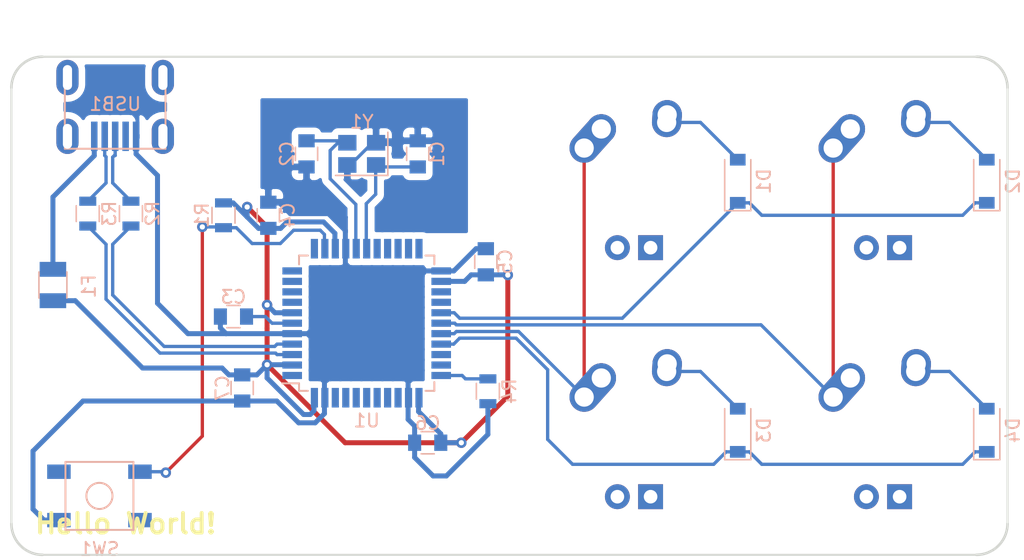
<source format=kicad_pcb>
(kicad_pcb (version 20221018) (generator pcbnew)
  (layers (0 "F.Cu" signal) (31 "B.Cu" signal) (34 "B.Paste" user) (35 "F.Paste" user) (36 "B.SilkS" user "B.Silkscreen") (37 "F.SilkS" user "F.Silkscreen") (38 "B.Mask" user) (39 "F.Mask" user) (44 "Edge.Cuts" user))
  (net 0 "")
  (net 1 "Net-(C1-Pad1)")
  (net 2 "GND")
  (net 3 "Net-(C2-Pad1)")
  (net 4 "Net-(C3-Pad1)")
  (net 5 "+5V")
  (net 6 "ROW0")
  (net 7 "Net-(D1-Pad2)")
  (net 8 "Net-(D2-Pad2)")
  (net 9 "ROW1")
  (net 10 "Net-(D3-Pad2)")
  (net 11 "Net-(D4-Pad2)")
  (net 12 "VCC")
  (net 13 "COL0")
  (net 14 "COL1")
  (net 15 "Net-(R1-Pad2)")
  (net 16 "Net-(R2-Pad1)")
  (net 17 "D+")
  (net 18 "D-")
  (net 19 "Net-(R3-Pad1)")
  (net 20 "Net-(R4-Pad2)")
  (net 21 "Net-(U1-Pad42)")
  (net 22 "Net-(U1-Pad41)")
  (net 23 "Net-(U1-Pad40)")
  (net 24 "Net-(U1-Pad39)")
  (net 25 "Net-(U1-Pad38)")
  (net 26 "Net-(U1-Pad37)")
  (net 27 "Net-(U1-Pad36)")
  (net 28 "Net-(U1-Pad32)")
  (net 29 "Net-(U1-Pad31)")
  (net 30 "Net-(U1-Pad26)")
  (net 31 "Net-(U1-Pad25)")
  (net 32 "Net-(U1-Pad22)")
  (net 33 "Net-(U1-Pad21)")
  (net 34 "Net-(U1-Pad20)")
  (net 35 "Net-(U1-Pad19)")
  (net 36 "Net-(U1-Pad18)")
  (net 37 "Net-(U1-Pad12)")
  (net 38 "Net-(U1-Pad11)")
  (net 39 "Net-(U1-Pad10)")
  (net 40 "Net-(U1-Pad9)")
  (net 41 "Net-(U1-Pad8)")
  (net 42 "Net-(U1-Pad1)")
  (net 43 "Net-(USB1-Pad2)")
  (footprint "MX_Alps_Hybrid:MX-1U" (layer "F.Cu") (at 79.375 71.4375)
    (fp_text reference "MX1")
    (fp_text value "MX-NoLED")
    (pad "" np_thru_hole circle (at -5.08 0 48.0996) (size 1.75 1.75) (drill 1.75) (layers "*.Cu" "*.Mask"))
    (pad "" np_thru_hole circle (at 0 0) (size 3.9878 3.9878) (drill 3.9878) (layers "*.Cu" "*.Mask"))
    (pad "" np_thru_hole circle (at 5.08 0 48.0996) (size 1.75 1.75) (drill 1.75) (layers "*.Cu" "*.Mask"))
    (pad "1" thru_hole oval (at -3.81 -2.54 48.0996) (size 4.211556 2.25) (drill 1.47 (offset 0.980778 0)) (layers "*.Cu" "B.Mask") (net 13 "COL0"))
    (pad "1" thru_hole circle (at -2.5 -4) (size 2.25 2.25) (drill 1.47) (layers "*.Cu" "B.Mask") (net 13 "COL0"))
    (pad "2" thru_hole oval (at 2.5 -4.5 86.0548) (size 2.831378 2.25) (drill 1.47 (offset 0.290689 0)) (layers "*.Cu" "B.Mask") (net 7 "Net-(D1-Pad2)"))
    (pad "2" thru_hole circle (at 2.54 -5.08) (size 2.25 2.25) (drill 1.47) (layers "*.Cu" "B.Mask") (net 7 "Net-(D1-Pad2)"))
    (pad "3" thru_hole circle (at -1.27 5.08) (size 1.905 1.905) (drill 1.04) (layers "*.Cu" "B.Mask"))
    (pad "4" thru_hole rect (at 1.27 5.08) (size 1.905 1.905) (drill 1.04) (layers "*.Cu" "B.Mask"))
  )
  (footprint "MX_Alps_Hybrid:MX-1U" (layer "F.Cu") (at 98.425 71.4375)
    (fp_text reference "MX2")
    (fp_text value "MX-NoLED")
    (pad "" np_thru_hole circle (at -5.08 0 48.0996) (size 1.75 1.75) (drill 1.75) (layers "*.Cu" "*.Mask"))
    (pad "" np_thru_hole circle (at 0 0) (size 3.9878 3.9878) (drill 3.9878) (layers "*.Cu" "*.Mask"))
    (pad "" np_thru_hole circle (at 5.08 0 48.0996) (size 1.75 1.75) (drill 1.75) (layers "*.Cu" "*.Mask"))
    (pad "1" thru_hole oval (at -3.81 -2.54 48.0996) (size 4.211556 2.25) (drill 1.47 (offset 0.980778 0)) (layers "*.Cu" "B.Mask") (net 14 "COL1"))
    (pad "1" thru_hole circle (at -2.5 -4) (size 2.25 2.25) (drill 1.47) (layers "*.Cu" "B.Mask") (net 14 "COL1"))
    (pad "2" thru_hole oval (at 2.5 -4.5 86.0548) (size 2.831378 2.25) (drill 1.47 (offset 0.290689 0)) (layers "*.Cu" "B.Mask") (net 8 "Net-(D2-Pad2)"))
    (pad "2" thru_hole circle (at 2.54 -5.08) (size 2.25 2.25) (drill 1.47) (layers "*.Cu" "B.Mask") (net 8 "Net-(D2-Pad2)"))
    (pad "3" thru_hole circle (at -1.27 5.08) (size 1.905 1.905) (drill 1.04) (layers "*.Cu" "B.Mask"))
    (pad "4" thru_hole rect (at 1.27 5.08) (size 1.905 1.905) (drill 1.04) (layers "*.Cu" "B.Mask"))
  )
  (footprint "MX_Alps_Hybrid:MX-1U" (layer "F.Cu") (at 79.375 90.4875)
    (fp_text reference "MX3")
    (fp_text value "MX-NoLED")
    (pad "" np_thru_hole circle (at -5.08 0 48.0996) (size 1.75 1.75) (drill 1.75) (layers "*.Cu" "*.Mask"))
    (pad "" np_thru_hole circle (at 0 0) (size 3.9878 3.9878) (drill 3.9878) (layers "*.Cu" "*.Mask"))
    (pad "" np_thru_hole circle (at 5.08 0 48.0996) (size 1.75 1.75) (drill 1.75) (layers "*.Cu" "*.Mask"))
    (pad "1" thru_hole oval (at -3.81 -2.54 48.0996) (size 4.211556 2.25) (drill 1.47 (offset 0.980778 0)) (layers "*.Cu" "B.Mask") (net 13 "COL0"))
    (pad "1" thru_hole circle (at -2.5 -4) (size 2.25 2.25) (drill 1.47) (layers "*.Cu" "B.Mask") (net 13 "COL0"))
    (pad "2" thru_hole oval (at 2.5 -4.5 86.0548) (size 2.831378 2.25) (drill 1.47 (offset 0.290689 0)) (layers "*.Cu" "B.Mask") (net 10 "Net-(D3-Pad2)"))
    (pad "2" thru_hole circle (at 2.54 -5.08) (size 2.25 2.25) (drill 1.47) (layers "*.Cu" "B.Mask") (net 10 "Net-(D3-Pad2)"))
    (pad "3" thru_hole circle (at -1.27 5.08) (size 1.905 1.905) (drill 1.04) (layers "*.Cu" "B.Mask"))
    (pad "4" thru_hole rect (at 1.27 5.08) (size 1.905 1.905) (drill 1.04) (layers "*.Cu" "B.Mask"))
  )
  (footprint "MX_Alps_Hybrid:MX-1U" (layer "F.Cu") (at 98.425 90.4875)
    (fp_text reference "MX4")
    (fp_text value "MX-NoLED")
    (pad "" np_thru_hole circle (at -5.08 0 48.0996) (size 1.75 1.75) (drill 1.75) (layers "*.Cu" "*.Mask"))
    (pad "" np_thru_hole circle (at 0 0) (size 3.9878 3.9878) (drill 3.9878) (layers "*.Cu" "*.Mask"))
    (pad "" np_thru_hole circle (at 5.08 0 48.0996) (size 1.75 1.75) (drill 1.75) (layers "*.Cu" "*.Mask"))
    (pad "1" thru_hole oval (at -3.81 -2.54 48.0996) (size 4.211556 2.25) (drill 1.47 (offset 0.980778 0)) (layers "*.Cu" "B.Mask") (net 14 "COL1"))
    (pad "1" thru_hole circle (at -2.5 -4) (size 2.25 2.25) (drill 1.47) (layers "*.Cu" "B.Mask") (net 14 "COL1"))
    (pad "2" thru_hole oval (at 2.5 -4.5 86.0548) (size 2.831378 2.25) (drill 1.47 (offset 0.290689 0)) (layers "*.Cu" "B.Mask") (net 11 "Net-(D4-Pad2)"))
    (pad "2" thru_hole circle (at 2.54 -5.08) (size 2.25 2.25) (drill 1.47) (layers "*.Cu" "B.Mask") (net 11 "Net-(D4-Pad2)"))
    (pad "3" thru_hole circle (at -1.27 5.08) (size 1.905 1.905) (drill 1.04) (layers "*.Cu" "B.Mask"))
    (pad "4" thru_hole rect (at 1.27 5.08) (size 1.905 1.905) (drill 1.04) (layers "*.Cu" "B.Mask"))
  )
  (footprint "Diodes_SMD:D_SOD-123" (layer "B.Cu") (at 87.3125 71.4375 90)
    (fp_text reference "D1" (at 0 2 90) (layer "B.SilkS") (effects (justify mirror)))
    (fp_text value "SOD-123")
    (fp_line (start -2.25 -1) (end 1.65 -1) (stroke (width 0.12)) (layer "B.SilkS"))
    (fp_line (start -2.25 1) (end -2.25 -1) (stroke (width 0.12)) (layer "B.SilkS"))
    (fp_line (start -2.25 1) (end 1.65 1) (stroke (width 0.12)) (layer "B.SilkS"))
    (pad "1" smd rect (at -1.65 0 90) (size 0.9 1.2) (layers "B.Cu" "B.Paste" "B.Mask") (net 6 "ROW0"))
    (pad "2" smd rect (at 1.65 0 90) (size 0.9 1.2) (layers "B.Cu" "B.Paste" "B.Mask") (net 7 "Net-(D1-Pad2)"))
  )
  (footprint "Diodes_SMD:D_SOD-123" (layer "B.Cu") (at 106.3625 71.4375 90)
    (fp_text reference "D2" (at 0 2 90) (layer "B.SilkS") (effects (justify mirror)))
    (fp_text value "SOD-123")
    (fp_line (start -2.25 -1) (end 1.65 -1) (stroke (width 0.12)) (layer "B.SilkS"))
    (fp_line (start -2.25 1) (end -2.25 -1) (stroke (width 0.12)) (layer "B.SilkS"))
    (fp_line (start -2.25 1) (end 1.65 1) (stroke (width 0.12)) (layer "B.SilkS"))
    (pad "1" smd rect (at -1.65 0 90) (size 0.9 1.2) (layers "B.Cu" "B.Paste" "B.Mask") (net 6 "ROW0"))
    (pad "2" smd rect (at 1.65 0 90) (size 0.9 1.2) (layers "B.Cu" "B.Paste" "B.Mask") (net 8 "Net-(D2-Pad2)"))
  )
  (footprint "Diodes_SMD:D_SOD-123" (layer "B.Cu") (at 87.3125 90.4875 90)
    (fp_text reference "D3" (at 0 2 90) (layer "B.SilkS") (effects (justify mirror)))
    (fp_text value "SOD-123")
    (fp_line (start -2.25 -1) (end 1.65 -1) (stroke (width 0.12)) (layer "B.SilkS"))
    (fp_line (start -2.25 1) (end -2.25 -1) (stroke (width 0.12)) (layer "B.SilkS"))
    (fp_line (start -2.25 1) (end 1.65 1) (stroke (width 0.12)) (layer "B.SilkS"))
    (pad "1" smd rect (at -1.65 0 90) (size 0.9 1.2) (layers "B.Cu" "B.Paste" "B.Mask") (net 9 "ROW1"))
    (pad "2" smd rect (at 1.65 0 90) (size 0.9 1.2) (layers "B.Cu" "B.Paste" "B.Mask") (net 10 "Net-(D3-Pad2)"))
  )
  (footprint "Diodes_SMD:D_SOD-123" (layer "B.Cu") (at 106.3625 90.4875 90)
    (fp_text reference "D4" (at 0 2 90) (layer "B.SilkS") (effects (justify mirror)))
    (fp_text value "SOD-123")
    (fp_line (start -2.25 -1) (end 1.65 -1) (stroke (width 0.12)) (layer "B.SilkS"))
    (fp_line (start -2.25 1) (end -2.25 -1) (stroke (width 0.12)) (layer "B.SilkS"))
    (fp_line (start -2.25 1) (end 1.65 1) (stroke (width 0.12)) (layer "B.SilkS"))
    (pad "1" smd rect (at -1.65 0 90) (size 0.9 1.2) (layers "B.Cu" "B.Paste" "B.Mask") (net 9 "ROW1"))
    (pad "2" smd rect (at 1.65 0 90) (size 0.9 1.2) (layers "B.Cu" "B.Paste" "B.Mask") (net 11 "Net-(D4-Pad2)"))
  )
  (footprint "Fuse_Holders_and_Fuses:Fuse_SMD1206_Reflow" (layer "B.Cu") (at 34.925 79.375 90)
    (fp_text reference "F1" (at -0.1 2.75 90) (layer "B.SilkS") (effects (justify mirror)))
    (fp_text value "500mA")
    (fp_line (start -1 1.07) (end 1 1.07) (stroke (width 0.12)) (layer "B.SilkS"))
    (fp_line (start 1 -1.07) (end -1 -1.07) (stroke (width 0.12)) (layer "B.SilkS"))
    (pad "1" smd rect (at -1.2 0) (size 2.03 1.14) (layers "B.Cu" "B.Paste" "B.Mask") (net 5 "+5V"))
    (pad "2" smd rect (at 1.2 0) (size 2.03 1.14) (layers "B.Cu" "B.Paste" "B.Mask") (net 12 "VCC"))
  )
  (footprint "Resistors_SMD:R_0805" (layer "B.Cu") (at 40.894 73.914 90)
    (fp_text reference "R2" (at 0 1.65 90) (layer "B.SilkS") (effects (justify mirror)))
    (fp_text value "22")
    (fp_line (start -0.6 0.88) (end 0.6 0.88) (stroke (width 0.12)) (layer "B.SilkS"))
    (fp_line (start 0.6 -0.88) (end -0.6 -0.88) (stroke (width 0.12)) (layer "B.SilkS"))
    (pad "1" smd rect (at -0.95 0 90) (size 0.7 1.3) (layers "B.Cu" "B.Paste" "B.Mask") (net 16 "Net-(R2-Pad1)"))
    (pad "2" smd rect (at 0.95 0 90) (size 0.7 1.3) (layers "B.Cu" "B.Paste" "B.Mask") (net 17 "D+"))
  )
  (footprint "Resistors_SMD:R_0805" (layer "B.Cu") (at 37.592 73.914 90)
    (fp_text reference "R3" (at 0 1.65 90) (layer "B.SilkS") (effects (justify mirror)))
    (fp_text value "22")
    (fp_line (start -0.6 0.88) (end 0.6 0.88) (stroke (width 0.12)) (layer "B.SilkS"))
    (fp_line (start 0.6 -0.88) (end -0.6 -0.88) (stroke (width 0.12)) (layer "B.SilkS"))
    (pad "1" smd rect (at -0.95 0 90) (size 0.7 1.3) (layers "B.Cu" "B.Paste" "B.Mask") (net 19 "Net-(R3-Pad1)"))
    (pad "2" smd rect (at 0.95 0 90) (size 0.7 1.3) (layers "B.Cu" "B.Paste" "B.Mask") (net 18 "D-"))
  )
  (footprint "Resistors_SMD:R_0805" (layer "B.Cu") (at 68.199 87.503 90)
    (fp_text reference "R4" (at 0 1.65 90) (layer "B.SilkS") (effects (justify mirror)))
    (fp_text value "10k")
    (fp_line (start -0.6 0.88) (end 0.6 0.88) (stroke (width 0.12)) (layer "B.SilkS"))
    (fp_line (start 0.6 -0.88) (end -0.6 -0.88) (stroke (width 0.12)) (layer "B.SilkS"))
    (pad "1" smd rect (at -0.95 0 90) (size 0.7 1.3) (layers "B.Cu" "B.Paste" "B.Mask") (net 2 "GND"))
    (pad "2" smd rect (at 0.95 0 90) (size 0.7 1.3) (layers "B.Cu" "B.Paste" "B.Mask") (net 20 "Net-(R4-Pad2)"))
  )
  (footprint "Capacitors_SMD:C_0805" (layer "B.Cu") (at 49.403 87.249 -90)
    (fp_text reference "C7" (at 0 1.5 270) (layer "B.SilkS") (effects (justify mirror)))
    (fp_text value "10uF")
    (fp_line (start -0.5 -0.85) (end 0.5 -0.85) (stroke (width 0.12)) (layer "B.SilkS"))
    (fp_line (start 0.5 0.85) (end -0.5 0.85) (stroke (width 0.12)) (layer "B.SilkS"))
    (pad "1" smd rect (at -1 0 270) (size 1 1.25) (layers "B.Cu" "B.Paste" "B.Mask") (net 5 "+5V"))
    (pad "2" smd rect (at 1 0 270) (size 1 1.25) (layers "B.Cu" "B.Paste" "B.Mask") (net 2 "GND"))
  )
  (footprint "Capacitors_SMD:C_0805" (layer "B.Cu") (at 68.04025 77.597 90)
    (fp_text reference "C5" (at 0 1.5 90) (layer "B.SilkS") (effects (justify mirror)))
    (fp_text value "0.1uF")
    (fp_line (start -0.5 -0.85) (end 0.5 -0.85) (stroke (width 0.12)) (layer "B.SilkS"))
    (fp_line (start 0.5 0.85) (end -0.5 0.85) (stroke (width 0.12)) (layer "B.SilkS"))
    (pad "1" smd rect (at -1 0 90) (size 1 1.25) (layers "B.Cu" "B.Paste" "B.Mask") (net 5 "+5V"))
    (pad "2" smd rect (at 1 0 90) (size 1 1.25) (layers "B.Cu" "B.Paste" "B.Mask") (net 2 "GND"))
  )
  (footprint "Capacitors_SMD:C_0805" (layer "B.Cu") (at 51.40325 74.041 90)
    (fp_text reference "C4" (at 0 1.5 90) (layer "B.SilkS") (effects (justify mirror)))
    (fp_text value "0.1uF")
    (fp_line (start -0.5 -0.85) (end 0.5 -0.85) (stroke (width 0.12)) (layer "B.SilkS"))
    (fp_line (start 0.5 0.85) (end -0.5 0.85) (stroke (width 0.12)) (layer "B.SilkS"))
    (pad "1" smd rect (at -1 0 90) (size 1 1.25) (layers "B.Cu" "B.Paste" "B.Mask") (net 5 "+5V"))
    (pad "2" smd rect (at 1 0 90) (size 1 1.25) (layers "B.Cu" "B.Paste" "B.Mask") (net 2 "GND"))
  )
  (footprint "Capacitors_SMD:C_0805" (layer "B.Cu") (at 63.59525 91.44 180)
    (fp_text reference "C6" (at 0 1.5 180) (layer "B.SilkS") (effects (justify mirror)))
    (fp_text value "0.1uF")
    (fp_line (start -0.5 -0.85) (end 0.5 -0.85) (stroke (width 0.12)) (layer "B.SilkS"))
    (fp_line (start 0.5 0.85) (end -0.5 0.85) (stroke (width 0.12)) (layer "B.SilkS"))
    (pad "1" smd rect (at -1 0 180) (size 1 1.25) (layers "B.Cu" "B.Paste" "B.Mask") (net 5 "+5V"))
    (pad "2" smd rect (at 1 0 180) (size 1 1.25) (layers "B.Cu" "B.Paste" "B.Mask") (net 2 "GND"))
  )
  (footprint "Resistors_SMD:R_0805" (layer "B.Cu") (at 47.97425 74.041 -90)
    (fp_text reference "R1" (at 0 1.65 270) (layer "B.SilkS") (effects (justify mirror)))
    (fp_text value "10k")
    (fp_line (start -0.6 0.88) (end 0.6 0.88) (stroke (width 0.12)) (layer "B.SilkS"))
    (fp_line (start 0.6 -0.88) (end -0.6 -0.88) (stroke (width 0.12)) (layer "B.SilkS"))
    (pad "1" smd rect (at -0.95 0 270) (size 0.7 1.3) (layers "B.Cu" "B.Paste" "B.Mask") (net 5 "+5V"))
    (pad "2" smd rect (at 0.95 0 270) (size 0.7 1.3) (layers "B.Cu" "B.Paste" "B.Mask") (net 15 "Net-(R1-Pad2)"))
  )
  (footprint "Capacitors_SMD:C_0805" (layer "B.Cu") (at 62.83325 69.342 90)
    (fp_text reference "C1" (at 0 1.5 90) (layer "B.SilkS") (effects (justify mirror)))
    (fp_text value "22pF")
    (fp_line (start -0.5 -0.85) (end 0.5 -0.85) (stroke (width 0.12)) (layer "B.SilkS"))
    (fp_line (start 0.5 0.85) (end -0.5 0.85) (stroke (width 0.12)) (layer "B.SilkS"))
    (pad "1" smd rect (at -1 0 90) (size 1 1.25) (layers "B.Cu" "B.Paste" "B.Mask") (net 1 "Net-(C1-Pad1)"))
    (pad "2" smd rect (at 1 0 90) (size 1 1.25) (layers "B.Cu" "B.Paste" "B.Mask") (net 2 "GND"))
  )
  (footprint "Capacitors_SMD:C_0805" (layer "B.Cu") (at 48.73625 81.788 180)
    (fp_text reference "C3" (at 0 1.5 180) (layer "B.SilkS") (effects (justify mirror)))
    (fp_text value "1uF")
    (fp_line (start -0.5 -0.85) (end 0.5 -0.85) (stroke (width 0.12)) (layer "B.SilkS"))
    (fp_line (start 0.5 0.85) (end -0.5 0.85) (stroke (width 0.12)) (layer "B.SilkS"))
    (pad "1" smd rect (at -1 0 180) (size 1 1.25) (layers "B.Cu" "B.Paste" "B.Mask") (net 4 "Net-(C3-Pad1)"))
    (pad "2" smd rect (at 1 0 180) (size 1 1.25) (layers "B.Cu" "B.Paste" "B.Mask") (net 2 "GND"))
  )
  (footprint "Capacitors_SMD:C_0805" (layer "B.Cu") (at 54.32425 69.342 -90)
    (fp_text reference "C2" (at 0 1.5 270) (layer "B.SilkS") (effects (justify mirror)))
    (fp_text value "22pF")
    (fp_line (start -0.5 -0.85) (end 0.5 -0.85) (stroke (width 0.12)) (layer "B.SilkS"))
    (fp_line (start 0.5 0.85) (end -0.5 0.85) (stroke (width 0.12)) (layer "B.SilkS"))
    (pad "1" smd rect (at -1 0 270) (size 1 1.25) (layers "B.Cu" "B.Paste" "B.Mask") (net 3 "Net-(C2-Pad1)"))
    (pad "2" smd rect (at 1 0 270) (size 1 1.25) (layers "B.Cu" "B.Paste" "B.Mask") (net 2 "GND"))
  )
  (footprint "random-keyboard-parts:Molex-0548190589-Assembly" (layer "B.Cu") (at 39.6875 63.5 -90)
    (fp_text reference "USB1" (at 2.032 0 180) (layer "B.SilkS") (effects (justify mirror)))
    (fp_text value "Molex-0548190589")
    (fp_line (start 0 -3.85) (end 5.45 -3.85) (stroke (width 0.15)) (layer "B.SilkS"))
    (fp_line (start 0 3.85) (end 5.45 3.85) (stroke (width 0.15)) (layer "B.SilkS"))
    (fp_line (start 5.45 3.85) (end 5.45 -3.85) (stroke (width 0.15)) (layer "B.SilkS"))
    (pad "" thru_hole oval (at 0 -3.65 270) (size 2.7 1.7) (drill oval 1.9 0.7) (layers "*.Cu" "*.Mask"))
    (pad "" thru_hole oval (at 0 3.65 270) (size 2.7 1.7) (drill oval 1.9 0.7) (layers "*.Cu" "*.Mask"))
    (pad "" thru_hole oval (at 4.5 -3.65 270) (size 2.7 1.7) (drill oval 1.9 0.7) (layers "*.Cu" "*.Mask"))
    (pad "" thru_hole oval (at 4.5 3.65 270) (size 2.7 1.7) (drill oval 1.9 0.7) (layers "*.Cu" "*.Mask"))
    (pad "1" smd rect (at 4.5 -1.6 270) (size 2.25 0.5) (layers "B.Cu" "B.Paste" "B.Mask") (net 2 "GND"))
    (pad "2" smd rect (at 4.5 -0.8 270) (size 2.25 0.5) (layers "B.Cu" "B.Paste" "B.Mask") (net 43 "Net-(USB1-Pad2)"))
    (pad "3" smd rect (at 4.5 0 270) (size 2.25 0.5) (layers "B.Cu" "B.Paste" "B.Mask") (net 17 "D+"))
    (pad "4" smd rect (at 4.5 0.8 270) (size 2.25 0.5) (layers "B.Cu" "B.Paste" "B.Mask") (net 18 "D-"))
    (pad "5" smd rect (at 4.5 1.6 270) (size 2.25 0.5) (layers "B.Cu" "B.Paste" "B.Mask") (net 12 "VCC"))
  )
  (footprint "random-keyboard-parts:SKQG-1155865" (layer "B.Cu") (at 38.484001 95.507845 180)
    (fp_text reference "SW1" (at 0 -4.064 180) (layer "B.SilkS") (effects (justify mirror)))
    (fp_text value "SW_Push")
    (fp_line (start -2.6 -2.6) (end -2.6 2.6) (stroke (width 0.15)) (layer "B.SilkS"))
    (fp_line (start -2.6 2.6) (end 2.6 2.6) (stroke (width 0.15)) (layer "B.SilkS"))
    (fp_line (start 2.6 -2.6) (end -2.6 -2.6) (stroke (width 0.15)) (layer "B.SilkS"))
    (fp_line (start 2.6 2.6) (end 2.6 -2.6) (stroke (width 0.15)) (layer "B.SilkS"))
    (fp_circle (center 0 0) (end 1 0) (stroke (width 0.15)) (fill none) (layer "B.SilkS"))
    (pad "1" smd rect (at 3.1 -1.85 180) (size 1.8 1.1) (layers "B.Cu" "B.Paste" "B.Mask") (net 2 "GND"))
    (pad "2" smd rect (at -3.1 1.85 180) (size 1.8 1.1) (layers "B.Cu" "B.Paste" "B.Mask") (net 15 "Net-(R1-Pad2)"))
    (pad "3" smd rect (at 3.1 1.85 180) (size 1.8 1.1) (layers "B.Cu" "B.Paste" "B.Mask"))
    (pad "4" smd rect (at -3.1 -1.85 180) (size 1.8 1.1) (layers "B.Cu" "B.Paste" "B.Mask"))
  )
  (footprint "Housings_QFP:TQFP-44_10x10mm_Pitch0.8mm" (layer "B.Cu") (at 58.928 82.296)
    (fp_text reference "U1" (at 0 7.45) (layer "B.SilkS") (effects (justify mirror)))
    (fp_text value "ATmega32U4-AU")
    (fp_line (start -5.175 -5.175) (end -5.175 -4.5) (stroke (width 0.15)) (layer "B.SilkS"))
    (fp_line (start -5.175 -5.175) (end -4.5 -5.175) (stroke (width 0.15)) (layer "B.SilkS"))
    (fp_line (start -5.175 4.6) (end -6.45 4.6) (stroke (width 0.15)) (layer "B.SilkS"))
    (fp_line (start -5.175 5.175) (end -5.175 4.6) (stroke (width 0.15)) (layer "B.SilkS"))
    (fp_line (start -5.175 5.175) (end -4.5 5.175) (stroke (width 0.15)) (layer "B.SilkS"))
    (fp_line (start 5.175 -5.175) (end 4.5 -5.175) (stroke (width 0.15)) (layer "B.SilkS"))
    (fp_line (start 5.175 -5.175) (end 5.175 -4.5) (stroke (width 0.15)) (layer "B.SilkS"))
    (fp_line (start 5.175 5.175) (end 4.5 5.175) (stroke (width 0.15)) (layer "B.SilkS"))
    (fp_line (start 5.175 5.175) (end 5.175 4.5) (stroke (width 0.15)) (layer "B.SilkS"))
    (pad "1" smd rect (at -5.7 4) (size 1.5 0.55) (layers "B.Cu" "B.Paste" "B.Mask") (net 42 "Net-(U1-Pad1)"))
    (pad "2" smd rect (at -5.7 3.2) (size 1.5 0.55) (layers "B.Cu" "B.Paste" "B.Mask") (net 5 "+5V"))
    (pad "3" smd rect (at -5.7 2.4) (size 1.5 0.55) (layers "B.Cu" "B.Paste" "B.Mask") (net 19 "Net-(R3-Pad1)"))
    (pad "4" smd rect (at -5.7 1.6) (size 1.5 0.55) (layers "B.Cu" "B.Paste" "B.Mask") (net 16 "Net-(R2-Pad1)"))
    (pad "5" smd rect (at -5.7 0.8) (size 1.5 0.55) (layers "B.Cu" "B.Paste" "B.Mask") (net 2 "GND"))
    (pad "6" smd rect (at -5.7 0) (size 1.5 0.55) (layers "B.Cu" "B.Paste" "B.Mask") (net 4 "Net-(C3-Pad1)"))
    (pad "7" smd rect (at -5.7 -0.8) (size 1.5 0.55) (layers "B.Cu" "B.Paste" "B.Mask") (net 5 "+5V"))
    (pad "8" smd rect (at -5.7 -1.6) (size 1.5 0.55) (layers "B.Cu" "B.Paste" "B.Mask") (net 41 "Net-(U1-Pad8)"))
    (pad "9" smd rect (at -5.7 -2.4) (size 1.5 0.55) (layers "B.Cu" "B.Paste" "B.Mask") (net 40 "Net-(U1-Pad9)"))
    (pad "10" smd rect (at -5.7 -3.2) (size 1.5 0.55) (layers "B.Cu" "B.Paste" "B.Mask") (net 39 "Net-(U1-Pad10)"))
    (pad "11" smd rect (at -5.7 -4) (size 1.5 0.55) (layers "B.Cu" "B.Paste" "B.Mask") (net 38 "Net-(U1-Pad11)"))
    (pad "12" smd rect (at -4 -5.7 270) (size 1.5 0.55) (layers "B.Cu" "B.Paste" "B.Mask") (net 37 "Net-(U1-Pad12)"))
    (pad "13" smd rect (at -3.2 -5.7 270) (size 1.5 0.55) (layers "B.Cu" "B.Paste" "B.Mask") (net 15 "Net-(R1-Pad2)"))
    (pad "14" smd rect (at -2.4 -5.7 270) (size 1.5 0.55) (layers "B.Cu" "B.Paste" "B.Mask") (net 5 "+5V"))
    (pad "15" smd rect (at -1.6 -5.7 270) (size 1.5 0.55) (layers "B.Cu" "B.Paste" "B.Mask") (net 2 "GND"))
    (pad "16" smd rect (at -0.8 -5.7 270) (size 1.5 0.55) (layers "B.Cu" "B.Paste" "B.Mask") (net 3 "Net-(C2-Pad1)"))
    (pad "17" smd rect (at 0 -5.7 270) (size 1.5 0.55) (layers "B.Cu" "B.Paste" "B.Mask") (net 1 "Net-(C1-Pad1)"))
    (pad "18" smd rect (at 0.8 -5.7 270) (size 1.5 0.55) (layers "B.Cu" "B.Paste" "B.Mask") (net 36 "Net-(U1-Pad18)"))
    (pad "19" smd rect (at 1.6 -5.7 270) (size 1.5 0.55) (layers "B.Cu" "B.Paste" "B.Mask") (net 35 "Net-(U1-Pad19)"))
    (pad "20" smd rect (at 2.4 -5.7 270) (size 1.5 0.55) (layers "B.Cu" "B.Paste" "B.Mask") (net 34 "Net-(U1-Pad20)"))
    (pad "21" smd rect (at 3.2 -5.7 270) (size 1.5 0.55) (layers "B.Cu" "B.Paste" "B.Mask") (net 33 "Net-(U1-Pad21)"))
    (pad "22" smd rect (at 4 -5.7 270) (size 1.5 0.55) (layers "B.Cu" "B.Paste" "B.Mask") (net 32 "Net-(U1-Pad22)"))
    (pad "23" smd rect (at 5.7 -4) (size 1.5 0.55) (layers "B.Cu" "B.Paste" "B.Mask") (net 2 "GND"))
    (pad "24" smd rect (at 5.7 -3.2) (size 1.5 0.55) (layers "B.Cu" "B.Paste" "B.Mask") (net 5 "+5V"))
    (pad "25" smd rect (at 5.7 -2.4) (size 1.5 0.55) (layers "B.Cu" "B.Paste" "B.Mask") (net 31 "Net-(U1-Pad25)"))
    (pad "26" smd rect (at 5.7 -1.6) (size 1.5 0.55) (layers "B.Cu" "B.Paste" "B.Mask") (net 30 "Net-(U1-Pad26)"))
    (pad "27" smd rect (at 5.7 -0.8) (size 1.5 0.55) (layers "B.Cu" "B.Paste" "B.Mask") (net 6 "ROW0"))
    (pad "28" smd rect (at 5.7 0) (size 1.5 0.55) (layers "B.Cu" "B.Paste" "B.Mask") (net 14 "COL1"))
    (pad "29" smd rect (at 5.7 0.8) (size 1.5 0.55) (layers "B.Cu" "B.Paste" "B.Mask") (net 13 "COL0"))
    (pad "30" smd rect (at 5.7 1.6) (size 1.5 0.55) (layers "B.Cu" "B.Paste" "B.Mask") (net 9 "ROW1"))
    (pad "31" smd rect (at 5.7 2.4) (size 1.5 0.55) (layers "B.Cu" "B.Paste" "B.Mask") (net 29 "Net-(U1-Pad31)"))
    (pad "32" smd rect (at 5.7 3.2) (size 1.5 0.55) (layers "B.Cu" "B.Paste" "B.Mask") (net 28 "Net-(U1-Pad32)"))
    (pad "33" smd rect (at 5.7 4) (size 1.5 0.55) (layers "B.Cu" "B.Paste" "B.Mask") (net 20 "Net-(R4-Pad2)"))
    (pad "34" smd rect (at 4 5.7 270) (size 1.5 0.55) (layers "B.Cu" "B.Paste" "B.Mask") (net 5 "+5V"))
    (pad "35" smd rect (at 3.2 5.7 270) (size 1.5 0.55) (layers "B.Cu" "B.Paste" "B.Mask") (net 2 "GND"))
    (pad "36" smd rect (at 2.4 5.7 270) (size 1.5 0.55) (layers "B.Cu" "B.Paste" "B.Mask") (net 27 "Net-(U1-Pad36)"))
    (pad "37" smd rect (at 1.6 5.7 270) (size 1.5 0.55) (layers "B.Cu" "B.Paste" "B.Mask") (net 26 "Net-(U1-Pad37)"))
    (pad "38" smd rect (at 0.8 5.7 270) (size 1.5 0.55) (layers "B.Cu" "B.Paste" "B.Mask") (net 25 "Net-(U1-Pad38)"))
    (pad "39" smd rect (at 0 5.7 270) (size 1.5 0.55) (layers "B.Cu" "B.Paste" "B.Mask") (net 24 "Net-(U1-Pad39)"))
    (pad "40" smd rect (at -0.8 5.7 270) (size 1.5 0.55) (layers "B.Cu" "B.Paste" "B.Mask") (net 23 "Net-(U1-Pad40)"))
    (pad "41" smd rect (at -1.6 5.7 270) (size 1.5 0.55) (layers "B.Cu" "B.Paste" "B.Mask") (net 22 "Net-(U1-Pad41)"))
    (pad "42" smd rect (at -2.4 5.7 270) (size 1.5 0.55) (layers "B.Cu" "B.Paste" "B.Mask") (net 21 "Net-(U1-Pad42)"))
    (pad "43" smd rect (at -3.2 5.7 270) (size 1.5 0.55) (layers "B.Cu" "B.Paste" "B.Mask") (net 2 "GND"))
    (pad "44" smd rect (at -4 5.7 270) (size 1.5 0.55) (layers "B.Cu" "B.Paste" "B.Mask") (net 5 "+5V"))
  )
  (footprint "Crystals:Crystal_SMD_3225-4pin_3.2x2.5mm" (layer "B.Cu") (at 58.547 69.342 180)
    (fp_text reference "Y1" (at 0 2.45 180) (layer "B.SilkS") (effects (justify mirror)))
    (fp_text value "Crystal_GND24_Small")
    (fp_line (start -2 -1.65) (end 2 -1.65) (stroke (width 0.12)) (layer "B.SilkS"))
    (fp_line (start -2 1.65) (end -2 -1.65) (stroke (width 0.12)) (layer "B.SilkS"))
    (pad "1" smd rect (at -1.1 -0.85 180) (size 1.4 1.2) (layers "B.Cu" "B.Paste" "B.Mask") (net 1 "Net-(C1-Pad1)"))
    (pad "2" smd rect (at 1.1 -0.85 180) (size 1.4 1.2) (layers "B.Cu" "B.Paste" "B.Mask") (net 2 "GND"))
    (pad "3" smd rect (at 1.1 0.85 180) (size 1.4 1.2) (layers "B.Cu" "B.Paste" "B.Mask") (net 3 "Net-(C2-Pad1)"))
    (pad "4" smd rect (at -1.1 0.85 180) (size 1.4 1.2) (layers "B.Cu" "B.Paste" "B.Mask") (net 2 "GND"))
  )
  (gr_arc (start 105.56875 61.9125) (mid 107.252548 62.609952) (end 107.95 64.29375) (stroke (width 0.2)) (layer "Edge.Cuts"))
  (gr_arc (start 31.75 64.29375) (mid 32.447452 62.609952) (end 34.13125 61.9125) (stroke (width 0.2)) (layer "Edge.Cuts"))
  (gr_line (start 107.95 64.29375) (end 107.95 97.63125) (stroke (width 0.15)) (layer "Edge.Cuts"))
  (gr_arc (start 34.13125 100.0125) (mid 32.447452 99.315048) (end 31.75 97.63125) (stroke (width 0.2)) (layer "Edge.Cuts"))
  (gr_line (start 105.56875 100.0125) (end 34.13125 100.0125) (stroke (width 0.15)) (layer "Edge.Cuts"))
  (gr_line (start 34.13125 61.9125) (end 105.56875 61.9125) (stroke (width 0.15)) (layer "Edge.Cuts"))
  (gr_line (start 31.75 97.63125) (end 31.75 64.29375) (stroke (width 0.15)) (layer "Edge.Cuts"))
  (gr_arc (start 107.95 97.63125) (mid 107.252548 99.315048) (end 105.56875 100.0125) (stroke (width 0.2)) (layer "Edge.Cuts"))
  (gr_text "Hello World!" (at 40.48125 97.63125) (layer "F.SilkS") (effects (font (size 1.5 1.5) (thickness 0.3))))
  (segment (start 58.89625 76.596) (end 58.89625 73.152) (width 0.254) (layer "B.Cu") (net 1))
  (segment (start 59.76525 70.342) (end 59.61525 70.192) (width 0.254) (layer "B.Cu") (net 1))
  (segment (start 59.61525 72.433) (end 58.89625 73.152) (width 0.254) (layer "B.Cu") (net 1))
  (segment (start 62.83325 70.342) (end 59.76525 70.342) (width 0.254) (layer "B.Cu") (net 1))
  (segment (start 59.61525 70.192) (end 59.61525 72.433) (width 0.254) (layer "B.Cu") (net 1))
  (segment (start 62.09625 89.65525) (end 62.59525 90.15425) (width 0.381) (layer "B.Cu") (net 2))
  (segment (start 42.926 80.772) (end 45.25 83.096) (width 0.381) (layer "B.Cu") (net 2))
  (segment (start 64.59625 78.296) (end 62.42 78.296) (width 0.381) (layer "B.Cu") (net 2))
  (segment (start 35.384001 97.357845) (end 34.238845 97.357845) (width 0.381) (layer "B.Cu") (net 2))
  (segment (start 55.69625 87.996) (end 55.69625 89.21075) (width 0.381) (layer "B.Cu") (net 2))
  (segment (start 54.991 89.916) (end 53.721 89.916) (width 0.381) (layer "B.Cu") (net 2))
  (segment (start 53.197 70.342) (end 54.32425 70.342) (width 0.381) (layer "B.Cu") (net 2))
  (segment (start 45.25 83.096) (end 48.171 83.096) (width 0.381) (layer "B.Cu") (net 2))
  (segment (start 57.29625 77.74325) (end 59.36575 79.81275) (width 0.381) (layer "B.Cu") (net 2))
  (segment (start 47.73625 82.66125) (end 47.73625 81.788) (width 0.381) (layer "B.Cu") (net 2))
  (segment (start 62.09625 85.59125) (end 60.90325 84.39825) (width 0.381) (layer "B.Cu") (net 2))
  (segment (start 42.926 70.993) (end 42.926 80.772) (width 0.381) (layer "B.Cu") (net 2))
  (segment (start 54.32425 71.21525) (end 57.29625 74.18725) (width 0.381) (layer "B.Cu") (net 2))
  (segment (start 62.09625 87.996) (end 62.09625 85.59125) (width 0.381) (layer "B.Cu") (net 2))
  (segment (start 59.36575 79.81275) (end 60.90325 79.81275) (width 0.381) (layer "B.Cu") (net 2))
  (segment (start 53.086 73.914) (end 56.007 73.914) (width 0.381) (layer "B.Cu") (net 2))
  (segment (start 52.705 67.31) (end 52.705 69.85) (width 0.381) (layer "B.Cu") (net 2))
  (segment (start 67.294 76.597) (end 65.595 78.296) (width 0.381) (layer "B.Cu") (net 2))
  (segment (start 57.29625 75.311) (end 57.29625 76.596) (width 0.381) (layer "B.Cu") (net 2))
  (segment (start 68.199 88.453) (end 68.199 90.805) (width 0.381) (layer "B.Cu") (net 2))
  (segment (start 55.69625 89.21075) (end 54.991 89.916) (width 0.381) (layer "B.Cu") (net 2))
  (segment (start 60.90325 84.39825) (end 55.69625 84.39825) (width 0.381) (layer "B.Cu") (net 2))
  (segment (start 59.76525 68.342) (end 59.61525 68.492) (width 0.381) (layer "B.Cu") (net 2))
  (segment (start 59.3716 68.492) (end 59.61525 68.492) (width 0.381) (layer "B.Cu") (net 2))
  (segment (start 33.401 96.52) (end 33.401 92.075) (width 0.381) (layer "B.Cu") (net 2))
  (segment (start 59.61525 67.36225) (end 59.182 66.929) (width 0.381) (layer "B.Cu") (net 2))
  (segment (start 53.19625 83.096) (end 48.171 83.096) (width 0.381) (layer "B.Cu") (net 2))
  (segment (start 33.401 92.075) (end 37.227 88.249) (width 0.381) (layer "B.Cu") (net 2))
  (segment (start 57.41525 70.192) (end 57.6716 70.192) (width 0.381) (layer "B.Cu") (net 2))
  (segment (start 68.04025 76.597) (end 67.294 76.597) (width 0.381) (layer "B.Cu") (net 2))
  (segment (start 54.394 83.096) (end 53.19625 83.096) (width 0.381) (layer "B.Cu") (net 2))
  (segment (start 59.61525 68.492) (end 59.61525 67.36225) (width 0.381) (layer "B.Cu") (net 2))
  (segment (start 62.83325 68.342) (end 59.76525 68.342) (width 0.381) (layer "B.Cu") (net 2))
  (segment (start 62.59525 92.56725) (end 62.59525 91.44) (width 0.381) (layer "B.Cu") (net 2))
  (segment (start 41.2875 68) (end 41.2875 69.3545) (width 0.381) (layer "B.Cu") (net 2))
  (segment (start 52.705 69.85) (end 53.197 70.342) (width 0.381) (layer "B.Cu") (net 2))
  (segment (start 57.29625 76.596) (end 57.29625 77.74325) (width 0.381) (layer "B.Cu") (net 2))
  (segment (start 56.007 73.914) (end 57.29625 75.20325) (width 0.381) (layer "B.Cu") (net 2))
  (segment (start 51.40325 73.041) (end 52.213 73.041) (width 0.381) (layer "B.Cu") (net 2))
  (segment (start 55.69625 84.39825) (end 54.394 83.096) (width 0.381) (layer "B.Cu") (net 2))
  (segment (start 52.054 88.249) (end 49.403 88.249) (width 0.381) (layer "B.Cu") (net 2))
  (segment (start 62.42 78.296) (end 60.90325 79.81275) (width 0.381) (layer "B.Cu") (net 2))
  (segment (start 34.238845 97.357845) (end 33.401 96.52) (width 0.381) (layer "B.Cu") (net 2))
  (segment (start 54.32425 70.342) (end 54.32425 71.21525) (width 0.381) (layer "B.Cu") (net 2))
  (segment (start 68.199 90.805) (end 65.024 93.98) (width 0.381) (layer "B.Cu") (net 2))
  (segment (start 53.721 89.916) (end 52.054 88.249) (width 0.381) (layer "B.Cu") (net 2))
  (segment (start 55.69625 87.996) (end 55.69625 84.39825) (width 0.381) (layer "B.Cu") (net 2))
  (segment (start 62.09625 87.996) (end 62.09625 89.65525) (width 0.381) (layer "B.Cu") (net 2))
  (segment (start 65.024 93.98) (end 64.008 93.98) (width 0.381) (layer "B.Cu") (net 2))
  (segment (start 52.213 73.041) (end 53.086 73.914) (width 0.381) (layer "B.Cu") (net 2))
  (segment (start 48.171 83.096) (end 47.73625 82.66125) (width 0.381) (layer "B.Cu") (net 2))
  (segment (start 62.59525 90.15425) (end 62.59525 91.44) (width 0.381) (layer "B.Cu") (net 2))
  (segment (start 57.6716 70.192) (end 59.3716 68.492) (width 0.254) (layer "B.Cu") (net 2))
  (segment (start 64.008 93.98) (end 62.59525 92.56725) (width 0.381) (layer "B.Cu") (net 2))
  (segment (start 57.29625 75.20325) (end 57.29625 75.311) (width 0.381) (layer "B.Cu") (net 2))
  (segment (start 41.2875 69.3545) (end 42.926 70.993) (width 0.381) (layer "B.Cu") (net 2))
  (segment (start 37.227 88.249) (end 49.403 88.249) (width 0.381) (layer "B.Cu") (net 2))
  (segment (start 57.29625 74.18725) (end 57.29625 75.311) (width 0.381) (layer "B.Cu") (net 2))
  (segment (start 59.182 66.929) (end 53.086 66.929) (width 0.381) (layer "B.Cu") (net 2))
  (segment (start 65.595 78.296) (end 64.59625 78.296) (width 0.381) (layer "B.Cu") (net 2))
  (segment (start 60.90325 79.81275) (end 60.90325 84.39825) (width 0.381) (layer "B.Cu") (net 2))
  (segment (start 53.086 66.929) (end 52.705 67.31) (width 0.381) (layer "B.Cu") (net 2))
  (segment (start 56.134 69.088) (end 56.73 68.492) (width 0.254) (layer "B.Cu") (net 3))
  (segment (start 58.09625 76.596) (end 58.09625 73.20925) (width 0.254) (layer "B.Cu") (net 3))
  (segment (start 56.73 68.492) (end 57.41525 68.492) (width 0.254) (layer "B.Cu") (net 3))
  (segment (start 54.32425 68.342) (end 57.26525 68.342) (width 0.254) (layer "B.Cu") (net 3))
  (segment (start 57.26525 68.342) (end 57.41525 68.492) (width 0.254) (layer "B.Cu") (net 3))
  (segment (start 56.134 71.247) (end 56.134 69.088) (width 0.254) (layer "B.Cu") (net 3))
  (segment (start 58.09625 73.20925) (end 56.134 71.247) (width 0.254) (layer "B.Cu") (net 3))
  (segment (start 53.19625 82.296) (end 51.689 82.296) (width 0.254) (layer "B.Cu") (net 4))
  (segment (start 51.181 81.788) (end 49.73625 81.788) (width 0.254) (layer "B.Cu") (net 4))
  (segment (start 51.689 82.296) (end 51.181 81.788) (width 0.254) (layer "B.Cu") (net 4))
  (segment (start 66.167 91.44) (end 57.277 91.44) (width 0.381) (layer "F.Cu") (net 5))
  (segment (start 57.277 91.44) (end 51.308 85.471) (width 0.381) (layer "F.Cu") (net 5))
  (segment (start 51.308 82.677) (end 51.308 85.471) (width 0.381) (layer "F.Cu") (net 5))
  (segment (start 51.308 80.899) (end 51.308 82.677) (width 0.381) (layer "F.Cu") (net 5))
  (segment (start 51.308 80.899) (end 51.308 74.93) (width 0.381) (layer "F.Cu") (net 5))
  (segment (start 69.723 78.613) (end 69.723 87.884) (width 0.381) (layer "F.Cu") (net 5))
  (segment (start 51.308 74.93) (end 49.784 73.406) (width 0.381) (layer "F.Cu") (net 5))
  (segment (start 69.723 87.884) (end 66.167 91.44) (width 0.381) (layer "F.Cu") (net 5))
  (via (at 49.784 73.406) (size 0.8) (drill 0.4) (layers "F.Cu" "B.Cu") (net 5))
  (via (at 51.308 80.899) (size 0.8) (drill 0.4) (layers "F.Cu" "B.Cu") (net 5))
  (via (at 69.723 78.613) (size 0.8) (drill 0.4) (layers "F.Cu" "B.Cu") (net 5))
  (via (at 51.308 85.471) (size 0.8) (drill 0.4) (layers "F.Cu" "B.Cu") (net 5))
  (via (at 66.167 91.44) (size 0.8) (drill 0.4) (layers "F.Cu" "B.Cu") (net 5))
  (segment (start 49.784 73.406) (end 49.784 74.168) (width 0.381) (layer "B.Cu") (net 5))
  (segment (start 48.707 73.091) (end 47.97425 73.091) (width 0.381) (layer "B.Cu") (net 5))
  (segment (start 64.59525 90.75725) (end 64.59525 91.44) (width 0.381) (layer "B.Cu") (net 5))
  (segment (start 53.19625 81.496) (end 51.905 81.496) (width 0.381) (layer "B.Cu") (net 5))
  (segment (start 41.783 85.725) (end 36.633 80.575) (width 0.381) (layer "B.Cu") (net 5))
  (segment (start 51.40325 75.041) (end 50.657 75.041) (width 0.381) (layer "B.Cu") (net 5))
  (segment (start 68.04025 78.597) (end 66.92 78.597) (width 0.381) (layer "B.Cu") (net 5))
  (segment (start 68.04025 78.597) (end 69.707 78.597) (width 0.381) (layer "B.Cu") (net 5))
  (segment (start 62.89625 89.05825) (end 64.59525 90.75725) (width 0.381) (layer "B.Cu") (net 5))
  (segment (start 49.403 86.249) (end 50.53 86.249) (width 0.381) (layer "B.Cu") (net 5))
  (segment (start 64.59525 91.44) (end 66.167 91.44) (width 0.381) (layer "B.Cu") (net 5))
  (segment (start 51.905 81.496) (end 51.308 80.899) (width 0.381) (layer "B.Cu") (net 5))
  (segment (start 47.863 85.725) (end 48.387 86.249) (width 0.381) (layer "B.Cu") (net 5))
  (segment (start 51.308 85.471) (end 51.308 86.487) (width 0.381) (layer "B.Cu") (net 5))
  (segment (start 55.626 74.549) (end 56.49625 75.41925) (width 0.381) (layer "B.Cu") (net 5))
  (segment (start 54.102 89.281) (end 54.61 89.281) (width 0.381) (layer "B.Cu") (net 5))
  (segment (start 50.53 86.249) (end 51.308 85.471) (width 0.381) (layer "B.Cu") (net 5))
  (segment (start 41.783 85.725) (end 47.863 85.725) (width 0.381) (layer "B.Cu") (net 5))
  (segment (start 53.17125 85.471) (end 53.19625 85.496) (width 0.381) (layer "B.Cu") (net 5))
  (segment (start 52.34 75.041) (end 52.832 74.549) (width 0.381) (layer "B.Cu") (net 5))
  (segment (start 54.89625 88.99475) (end 54.89625 87.996) (width 0.381) (layer "B.Cu") (net 5))
  (segment (start 52.832 74.549) (end 55.626 74.549) (width 0.381) (layer "B.Cu") (net 5))
  (segment (start 49.784 74.168) (end 48.707 73.091) (width 0.381) (layer "B.Cu") (net 5))
  (segment (start 49.403 86.249) (end 48.387 86.249) (width 0.381) (layer "B.Cu") (net 5))
  (segment (start 51.40325 75.041) (end 52.34 75.041) (width 0.381) (layer "B.Cu") (net 5))
  (segment (start 56.49625 75.41925) (end 56.49625 76.596) (width 0.381) (layer "B.Cu") (net 5))
  (segment (start 69.707 78.597) (end 69.723 78.613) (width 0.381) (layer "B.Cu") (net 5))
  (segment (start 64.59625 79.096) (end 66.421 79.096) (width 0.381) (layer "B.Cu") (net 5))
  (segment (start 51.308 86.487) (end 54.102 89.281) (width 0.381) (layer "B.Cu") (net 5))
  (segment (start 54.61 89.281) (end 54.89625 88.99475) (width 0.381) (layer "B.Cu") (net 5))
  (segment (start 51.308 85.471) (end 53.17125 85.471) (width 0.381) (layer "B.Cu") (net 5))
  (segment (start 62.89625 87.996) (end 62.89625 89.05825) (width 0.381) (layer "B.Cu") (net 5))
  (segment (start 36.633 80.575) (end 34.925 80.575) (width 0.381) (layer "B.Cu") (net 5))
  (segment (start 66.92 78.597) (end 66.421 79.096) (width 0.381) (layer "B.Cu") (net 5))
  (segment (start 50.657 75.041) (end 49.784 74.168) (width 0.381) (layer "B.Cu") (net 5))
  (segment (start 105.4745 73.0875) (end 104.521 74.041) (width 0.254) (layer "B.Cu") (net 6))
  (segment (start 88.2005 73.0875) (end 87.3125 73.0875) (width 0.254) (layer "B.Cu") (net 6))
  (segment (start 89.154 74.041) (end 88.2005 73.0875) (width 0.254) (layer "B.Cu") (net 6))
  (segment (start 64.59625 81.496) (end 65.621 81.496) (width 0.254) (layer "B.Cu") (net 6))
  (segment (start 65.621 81.496) (end 66.04 81.915) (width 0.254) (layer "B.Cu") (net 6))
  (segment (start 78.485 81.915) (end 87.3125 73.0875) (width 0.254) (layer "B.Cu") (net 6))
  (segment (start 106.3625 73.0875) (end 105.4745 73.0875) (width 0.254) (layer "B.Cu") (net 6))
  (segment (start 66.04 81.915) (end 78.485 81.915) (width 0.254) (layer "B.Cu") (net 6))
  (segment (start 104.521 74.041) (end 89.154 74.041) (width 0.254) (layer "B.Cu") (net 6))
  (segment (start 81.875 66.9375) (end 84.4625 66.9375) (width 0.254) (layer "B.Cu") (net 7))
  (segment (start 84.4625 66.9375) (end 87.3125 69.7875) (width 0.254) (layer "B.Cu") (net 7))
  (segment (start 103.5125 66.9375) (end 106.3625 69.7875) (width 0.254) (layer "B.Cu") (net 8))
  (segment (start 100.925 66.9375) (end 103.5125 66.9375) (width 0.254) (layer "B.Cu") (net 8))
  (segment (start 66.04 83.439) (end 70.358 83.439) (width 0.254) (layer "B.Cu") (net 9))
  (segment (start 87.3125 92.1375) (end 86.4245 92.1375) (width 0.254) (layer "B.Cu") (net 9))
  (segment (start 64.59625 83.896) (end 65.583 83.896) (width 0.254) (layer "B.Cu") (net 9))
  (segment (start 65.583 83.896) (end 66.04 83.439) (width 0.254) (layer "B.Cu") (net 9))
  (segment (start 74.676 93.091) (end 72.771 91.186) (width 0.254) (layer "B.Cu") (net 9))
  (segment (start 104.521 93.091) (end 89.154 93.091) (width 0.254) (layer "B.Cu") (net 9))
  (segment (start 72.771 85.852) (end 72.771 91.186) (width 0.254) (layer "B.Cu") (net 9))
  (segment (start 70.358 83.439) (end 72.771 85.852) (width 0.254) (layer "B.Cu") (net 9))
  (segment (start 86.4245 92.1375) (end 85.471 93.091) (width 0.254) (layer "B.Cu") (net 9))
  (segment (start 85.471 93.091) (end 74.676 93.091) (width 0.254) (layer "B.Cu") (net 9))
  (segment (start 105.4745 92.1375) (end 104.521 93.091) (width 0.254) (layer "B.Cu") (net 9))
  (segment (start 88.2005 92.1375) (end 87.3125 92.1375) (width 0.254) (layer "B.Cu") (net 9))
  (segment (start 89.154 93.091) (end 88.2005 92.1375) (width 0.254) (layer "B.Cu") (net 9))
  (segment (start 106.3625 92.1375) (end 105.4745 92.1375) (width 0.254) (layer "B.Cu") (net 9))
  (segment (start 84.4625 85.9875) (end 87.3125 88.8375) (width 0.254) (layer "B.Cu") (net 10))
  (segment (start 81.875 85.9875) (end 84.4625 85.9875) (width 0.254) (layer "B.Cu") (net 10))
  (segment (start 100.925 85.9875) (end 103.5125 85.9875) (width 0.254) (layer "B.Cu") (net 11))
  (segment (start 103.5125 85.9875) (end 106.3625 88.8375) (width 0.254) (layer "B.Cu") (net 11))
  (segment (start 34.925 78.175) (end 34.925 72.644) (width 0.381) (layer "B.Cu") (net 12))
  (segment (start 34.925 72.644) (end 38.0875 69.4815) (width 0.381) (layer "B.Cu") (net 12))
  (segment (start 38.0875 69.4815) (end 38.0875 68) (width 0.381) (layer "B.Cu") (net 12))
  (segment (start 75.565 68.8975) (end 75.565 87.9475) (width 0.254) (layer "F.Cu") (net 13))
  (segment (start 64.59625 83.096) (end 65.621 83.096) (width 0.254) (layer "B.Cu") (net 13))
  (segment (start 65.786 82.931) (end 70.5485 82.931) (width 0.254) (layer "B.Cu") (net 13))
  (segment (start 65.621 83.096) (end 65.786 82.931) (width 0.254) (layer "B.Cu") (net 13))
  (segment (start 70.5485 82.931) (end 75.565 87.9475) (width 0.254) (layer "B.Cu") (net 13))
  (segment (start 94.615 68.8975) (end 94.615 87.9475) (width 0.254) (layer "F.Cu") (net 14))
  (segment (start 65.659 82.296) (end 65.786 82.423) (width 0.254) (layer "B.Cu") (net 14))
  (segment (start 64.59625 82.296) (end 65.659 82.296) (width 0.254) (layer "B.Cu") (net 14))
  (segment (start 89.0905 82.423) (end 94.615 87.9475) (width 0.254) (layer "B.Cu") (net 14))
  (segment (start 65.786 82.423) (end 89.0905 82.423) (width 0.254) (layer "B.Cu") (net 14))
  (segment (start 43.561 93.726) (end 46.355 90.932) (width 0.254) (layer "F.Cu") (net 15))
  (segment (start 46.355 90.932) (end 46.355 74.93) (width 0.254) (layer "F.Cu") (net 15))
  (via (at 43.561 93.726) (size 0.8) (drill 0.4) (layers "F.Cu" "B.Cu") (net 15))
  (via (at 46.355 74.93) (size 0.8) (drill 0.4) (layers "F.Cu" "B.Cu") (net 15))
  (segment (start 55.69625 75.50825) (end 55.372 75.184) (width 0.254) (layer "B.Cu") (net 15))
  (segment (start 47.91325 74.93) (end 47.97425 74.991) (width 0.254) (layer "B.Cu") (net 15))
  (segment (start 43.492845 93.657845) (end 43.561 93.726) (width 0.254) (layer "B.Cu") (net 15))
  (segment (start 55.372 75.184) (end 53.34 75.184) (width 0.254) (layer "B.Cu") (net 15))
  (segment (start 52.324 76.2) (end 50.165 76.2) (width 0.254) (layer "B.Cu") (net 15))
  (segment (start 41.584001 93.657845) (end 43.492845 93.657845) (width 0.254) (layer "B.Cu") (net 15))
  (segment (start 48.956 74.991) (end 47.97425 74.991) (width 0.254) (layer "B.Cu") (net 15))
  (segment (start 55.69625 76.596) (end 55.69625 75.50825) (width 0.254) (layer "B.Cu") (net 15))
  (segment (start 50.165 76.2) (end 48.956 74.991) (width 0.254) (layer "B.Cu") (net 15))
  (segment (start 53.34 75.184) (end 52.324 76.2) (width 0.254) (layer "B.Cu") (net 15))
  (segment (start 46.355 74.93) (end 47.91325 74.93) (width 0.254) (layer "B.Cu") (net 15))
  (segment (start 43.434 84.074) (end 51.892 84.074) (width 0.254) (layer "B.Cu") (net 16))
  (segment (start 51.892 84.074) (end 52.07 83.896) (width 0.254) (layer "B.Cu") (net 16))
  (segment (start 52.07 83.896) (end 53.19625 83.896) (width 0.254) (layer "B.Cu") (net 16))
  (segment (start 39.497 76.261) (end 39.497 80.137) (width 0.254) (layer "B.Cu") (net 16))
  (segment (start 39.497 80.137) (end 43.434 84.074) (width 0.254) (layer "B.Cu") (net 16))
  (segment (start 40.894 74.864) (end 39.497 76.261) (width 0.254) (layer "B.Cu") (net 16))
  (segment (start 39.497 69.596) (end 39.497 71.567) (width 0.254) (layer "B.Cu") (net 17))
  (segment (start 39.6875 69.469) (end 39.624 69.469) (width 0.254) (layer "B.Cu") (net 17))
  (segment (start 39.6875 71.7575) (end 40.894 72.964) (width 0.254) (layer "B.Cu") (net 17))
  (segment (start 39.6875 68) (end 39.6875 69.469) (width 0.254) (layer "B.Cu") (net 17))
  (segment (start 39.497 71.567) (end 39.6875 71.7575) (width 0.254) (layer "B.Cu") (net 17))
  (segment (start 39.624 69.469) (end 39.497 69.596) (width 0.254) (layer "B.Cu") (net 17))
  (segment (start 38.989 69.5705) (end 38.989 71.567) (width 0.254) (layer "B.Cu") (net 18))
  (segment (start 38.989 71.567) (end 38.674 71.882) (width 0.254) (layer "B.Cu") (net 18))
  (segment (start 38.8875 69.469) (end 38.989 69.5705) (width 0.254) (layer "B.Cu") (net 18))
  (segment (start 38.674 71.882) (end 37.592 72.964) (width 0.254) (layer "B.Cu") (net 18))
  (segment (start 38.8875 68) (end 38.8875 69.469) (width 0.254) (layer "B.Cu") (net 18))
  (segment (start 52.07 84.696) (end 53.19625 84.696) (width 0.254) (layer "B.Cu") (net 19))
  (segment (start 37.592 74.864) (end 38.989 76.261) (width 0.254) (layer "B.Cu") (net 19))
  (segment (start 38.989 80.4545) (end 43.1165 84.582) (width 0.254) (layer "B.Cu") (net 19))
  (segment (start 43.1165 84.582) (end 51.956 84.582) (width 0.254) (layer "B.Cu") (net 19))
  (segment (start 51.956 84.582) (end 52.07 84.696) (width 0.254) (layer "B.Cu") (net 19))
  (segment (start 38.989 76.261) (end 38.989 80.4545) (width 0.254) (layer "B.Cu") (net 19))
  (segment (start 66.487 86.553) (end 68.199 86.553) (width 0.254) (layer "B.Cu") (net 20))
  (segment (start 64.59625 86.296) (end 66.23 86.296) (width 0.254) (layer "B.Cu") (net 20))
  (segment (start 66.23 86.296) (end 66.487 86.553) (width 0.254) (layer "B.Cu") (net 20))
  (zone (net 2) (net_name "GND") (layer "B.Cu") (connect_pads (clearance 0.508)) (min_thickness 0.254) (fill yes (thermal_gap 0.508) (thermal_bridge_width 0.508))
    (polygon (pts (xy 53.975 77.7875) (xy 63.5 77.7875) (xy 63.5 87.3125) (xy 53.975 87.3125)))
  )
  (zone (net 2) (net_name "GND") (layer "B.Cu") (connect_pads (clearance 0.508)) (min_thickness 0.254) (fill yes (thermal_gap 0.508) (thermal_bridge_width 0.508))
    (polygon (pts (xy 50.8 65.0875) (xy 66.675 65.0875) (xy 66.675 75.40625) (xy 50.8 75.40625)))
  )
  (zone (net 2) (net_name "GND") (layer "B.Cu") (connect_pads (clearance 0.508)) (min_thickness 0.254) (fill yes (thermal_gap 0.508) (thermal_bridge_width 0.508))
    (polygon (pts (xy 35.71875 69.05625) (xy 43.65625 69.05625) (xy 43.65625 61.9125) (xy 35.71875 61.9125)))
  )
)
</source>
